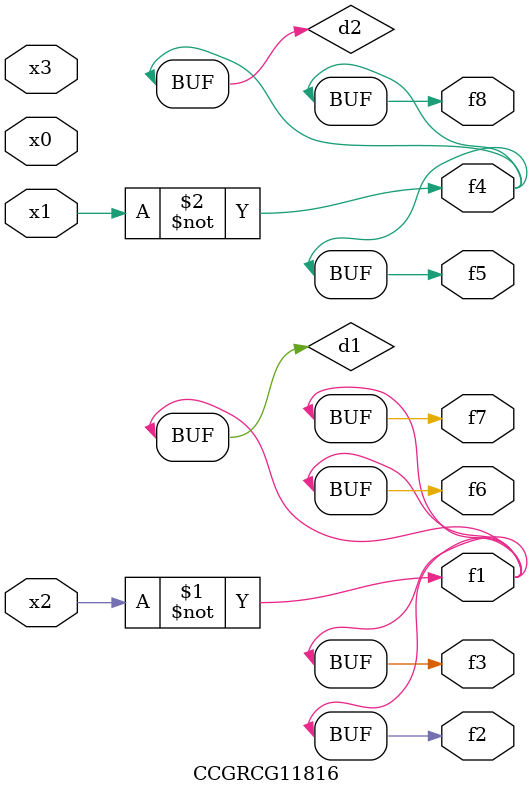
<source format=v>
module CCGRCG11816(
	input x0, x1, x2, x3,
	output f1, f2, f3, f4, f5, f6, f7, f8
);

	wire d1, d2;

	xnor (d1, x2);
	not (d2, x1);
	assign f1 = d1;
	assign f2 = d1;
	assign f3 = d1;
	assign f4 = d2;
	assign f5 = d2;
	assign f6 = d1;
	assign f7 = d1;
	assign f8 = d2;
endmodule

</source>
